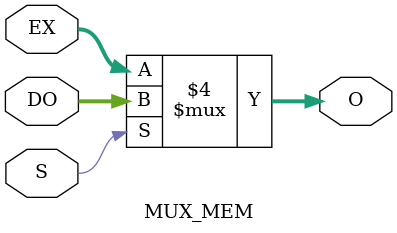
<source format=v>
module MUX_CU (
    input wire S,

    input wire [1:0] PSW_LE_RE_in,
    input wire B_in,
    input wire [2:0] SOH_OP_in,
    input wire [3:0] ALU_OP_in,
    input wire [3:0] RAM_CTRL_in,
    input wire L_in,
    input wire RF_LE_in,
    input wire UB_in,
    input wire SHF_in,
    input wire NEG_COND_in,

    output reg [1:0] PSW_LE_RE_out,
    output reg B_out,
    output reg [2:0] SOH_OP_out,
    output reg [3:0] ALU_OP_out,
    output reg [3:0] RAM_CTRL_out,
    output reg L_out,
    output reg RF_LE_out,
    output reg UB_out,
    output reg SHF_out,
    output reg NEG_COND_out
);

    always @(*) begin
        if (S == 1'b1) begin
            PSW_LE_RE_out = 2'b00;
            B_out = 1'b0;
            SOH_OP_out = 3'b000;
            ALU_OP_out = 4'b0000;
            RAM_CTRL_out = 4'b0000;
            L_out = 1'b0;
            RF_LE_out = 1'b0;
            UB_out = 1'b0;
            SHF_out = 1'b0;
            NEG_COND_out = 1'b0;
        end else begin
            PSW_LE_RE_out = PSW_LE_RE_in;
            B_out = B_in;
            SOH_OP_out = SOH_OP_in;
            ALU_OP_out = ALU_OP_in;
            RAM_CTRL_out = RAM_CTRL_in;
            L_out = L_in;
            RF_LE_out = RF_LE_in;
            UB_out = UB_in;
            SHF_out = SHF_in;
            NEG_COND_out = NEG_COND_in;
        end
    end
endmodule


module MUX_IF (
    input wire S,           // Jump signal
    input wire [7:0] TA,    // Target Address
    input wire [7:0] back,  // Back Address

    output reg [7:0] O      // Output Address
);

    always @(*) begin
        if (S == 1'b1) begin
            O <= TA;
        end else begin
            O <= back;
        end
    end
endmodule


module MUX_ID_IDR (
    input wire [1:0] S,     // Select slot for target register
    input wire [4:0] I_0,   // I[4:0]
    input wire [4:0] I_1,   // I[25:21]
    input wire [4:0] I_2,   // I[20:16]

    output reg [4:0] IDR    // Target Register
);

    always @(*) begin
        case (S)
            2'b00: IDR <= I_0; // I[4:0]
            2'b01: IDR <= I_1; // I[25:21]
            2'b10: IDR <= I_2; // I[20:16]
            default: IDR <= 8'b00000000; // Default case
        endcase
    end
endmodule

module MUX_ID_SHF (
    input wire S,   // Select slot for SHF register
    input wire [4:0] RA,  // Register A 
    input wire [4:0] RB,  // Register B 

    output reg [4:0] O    // Register for shifting
);

    always @(*) begin
        if (S == 1'b1) begin
            O <= RA;     
        end else begin
            O <= RB;     
        end
    end
endmodule

module MUX_ID_FW_P (
    input wire [1:0] S,    // Select slot for P register
    input wire [31:0] RP,   // 
    input wire [31:0] EX,   // 
    input wire [31:0] MEM,  // 
    input wire [31:0] WB,   // 

    output reg [31:0] FW_P  // Forwarding Data from Register
);

    always @(*) begin
        case (S)
            2'b00: FW_P <= RP;  // Register P
            2'b01: FW_P <= EX;  // Register EX
            2'b10: FW_P <= MEM; // Register MEM
            2'b11: FW_P <= WB;  // Register WB
            default: FW_P <= 5'b00000; // Default case
        endcase
    end
endmodule

module MUX_EX_J (
    input wire S, // Select slot for P register
    input wire J, // Jump flag (only for conditional jumps) 

    output reg O  // Jump signal 
);

    always @(*) begin
        if (S == 1'b1) begin
            O <= 1'b1;  // Always jump
        end else begin
            O <= J;     // Jump signal
        end
    end
endmodule

module MUX_EX_RETURN_ADDRESS (
    input wire S,          // Select return address or ALU output
    input wire [7:0]  R,   // Return address 
    input wire [31:0] ALU, // ALU output 

    output reg [31:0] O    // 32 bit output data 
);

    always @(*) begin
        if (S == 1'b1) begin
            O <= {24'b0, R};  // Return address
        end else begin
            O <= ALU; // ALU output
        end
    end
endmodule


module MUX_MEM (
    input wire S,           // Select ram output or EX output
    input wire [31:0] DO,   // Data out from memory 
    input wire [31:0] EX,   // EX output 

    output reg [31:0] O     // 32 bit output data 
);

    always @(*) begin
        if (S == 1'b1) begin
            O <= DO;  // Data out from memory
        end else begin
            O <= EX;  // EX output
        end
    end
endmodule
</source>
